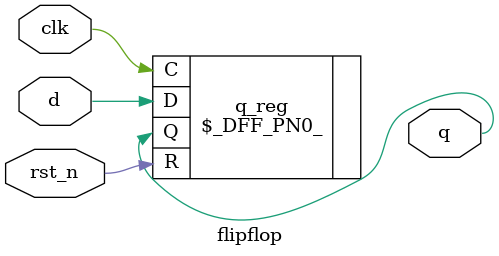
<source format=v>
/* Generated by Yosys 0.62+39 (git sha1 131911291-dirty, g++ 11.4.0-1ubuntu1~22.04.2 -Og -fPIC) */

(* top =  1  *)
(* src = "dut.sv:2.1-17.10" *)
module flipflop(clk, rst_n, d, q);
  (* src = "dut.sv:3.18-3.21" *)
  input clk;
  wire clk;
  (* src = "dut.sv:4.18-4.23" *)
  input rst_n;
  wire rst_n;
  (* src = "dut.sv:5.18-5.19" *)
  input d;
  wire d;
  (* src = "dut.sv:6.18-6.19" *)
  output q;
  wire q;
  (* \always_ff  = 32'd1 *)
  (* src = "dut.sv:9.5-15.8" *)
  \$_DFF_PN0_  q_reg /* _0_ */ (
    .C(clk),
    .D(d),
    .Q(q),
    .R(rst_n)
  );
endmodule

</source>
